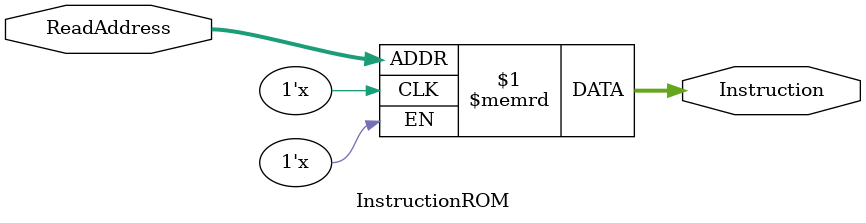
<source format=sv>

module InstructionROM #(parameter PC_size = 16, DW = 9)(
	input[15:0] ReadAddress,			// width of PC
	output logic[8:0] Instruction			// width of instruction
);

	logic[DW-1:0] inst_rom [2**PC_size];		// 2 ^ PC_Size elts, DW bits each

//	// load machine code program into instruction ROM
//	initial begin
//		$readmemb("C:/Users/Christhoper Bernard/Desktop/CSE141L/Lab2/EncrypterMachineCode.txt", inst_rom);
//	end

	// change the pointer (from PC) ==> change the output
	assign Instruction = inst_rom[ReadAddress];


endmodule
</source>
